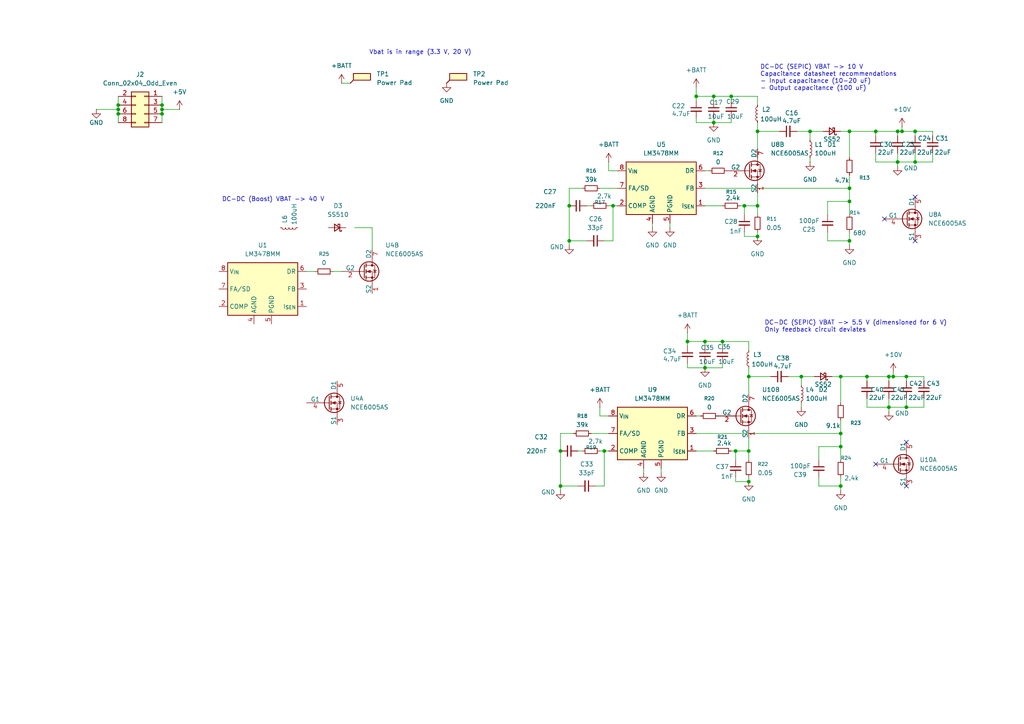
<source format=kicad_sch>
(kicad_sch (version 20250114) (generator "eeschema") (generator_version "9.0")
  (paper "A4")
  (lib_symbols
    (symbol "Connector:TestPoint_Flag" (pin_numbers (hide yes)) (pin_names (offset 0.762) (hide yes))
      (property "Reference" "TP" (at 3.429 1.778 0))
      (property "Value" "TestPoint_Flag" (at 3.302 4.191 0))
      (symbol "TestPoint_Flag_1_1"
        (pin passive line (at 0 0 90) (length 0) (name "1") (number "1"))
      )
    )
    (symbol "Connector_Generic:Conn_02x04_Odd_Even" (pin_names (offset 1.016) (hide yes))
      (property "Reference" "J" (at 1.27 5.08 0))
      (property "Value" "Conn_02x04_Odd_Even" (at 1.27 -7.62 0))
      (symbol "Conn_02x04_Odd_Even_1_1"
        (pin passive line (at -5.08 2.54 0) (length 3.81) (name "Pin_1") (number "1"))
        (pin passive line (at -5.08 0 0) (length 3.81) (name "Pin_3") (number "3"))
        (pin passive line (at -5.08 -2.54 0) (length 3.81) (name "Pin_5") (number "5"))
        (pin passive line (at -5.08 -5.08 0) (length 3.81) (name "Pin_7") (number "7"))
        (pin passive line (at 7.62 2.54 180) (length 3.81) (name "Pin_2") (number "2"))
        (pin passive line (at 7.62 0 180) (length 3.81) (name "Pin_4") (number "4"))
        (pin passive line (at 7.62 -2.54 180) (length 3.81) (name "Pin_6") (number "6"))
        (pin passive line (at 7.62 -5.08 180) (length 3.81) (name "Pin_8") (number "8"))
      )
    )
    (symbol "Device:C_Small" (pin_numbers (hide yes)) (pin_names (offset 0.254) (hide yes))
      (property "Reference" "C" (at 0.254 1.778 0))
      (property "Value" "C_Small" (at 0.254 -2.032 0))
      (symbol "C_Small_1_1"
        (pin passive line (at 0 2.54 270) (length 2.032) (name "~") (number "1"))
        (pin passive line (at 0 -2.54 90) (length 2.032) (name "~") (number "2"))
      )
    )
    (symbol "Device:D_Schottky_Small" (pin_numbers (hide yes)) (pin_names (offset 0.254) (hide yes))
      (property "Reference" "D" (at -1.27 2.032 0))
      (property "Value" "D_Schottky_Small" (at -7.112 -2.032 0))
      (symbol "D_Schottky_Small_1_1"
        (pin passive line (at -2.54 0 0) (length 1.778) (name "K") (number "1"))
        (pin passive line (at 2.54 0 180) (length 1.778) (name "A") (number "2"))
      )
    )
    (symbol "Device:L_Small" (pin_numbers (hide yes)) (pin_names (offset 0.254) (hide yes))
      (property "Reference" "L" (at 0.762 1.016 0))
      (property "Value" "L_Small" (at 0.762 -1.016 0))
      (symbol "L_Small_1_1"
        (pin passive line (at 0 2.54 270) (length 0.508) (name "~") (number "1"))
        (pin passive line (at 0 -2.54 90) (length 0.508) (name "~") (number "2"))
      )
    )
    (symbol "Device:R_Small" (pin_numbers (hide yes)) (pin_names (offset 0.254) (hide yes))
      (property "Reference" "R" (at 0 0 90))
      (property "Value" "R_Small" (at 1.778 0 90))
      (symbol "R_Small_1_1"
        (pin passive line (at 0 2.54 270) (length 0.762) (name "~") (number "1"))
        (pin passive line (at 0 -2.54 90) (length 0.762) (name "~") (number "2"))
      )
    )
    (symbol "Regulator_Controller:LM3478MM"
      (property "Reference" "U" (at -9.525 8.89 0))
      (property "Value" "LM3478MM" (at 5.08 8.89 0))
      (symbol "LM3478MM_1_1"
        (pin power_in line (at -12.7 5.08 0) (length 2.54) (name "V_{IN}") (number "8"))
        (pin input line (at -12.7 0 0) (length 2.54) (name "FA/SD") (number "7"))
        (pin input line (at -12.7 -5.08 0) (length 2.54) (name "COMP") (number "2"))
        (pin power_in line (at -2.54 -10.16 90) (length 2.54) (name "AGND") (number "4"))
        (pin power_in line (at 2.54 -10.16 90) (length 2.54) (name "PGND") (number "5"))
        (pin output line (at 12.7 5.08 180) (length 2.54) (name "DR") (number "6"))
        (pin input line (at 12.7 0 180) (length 2.54) (name "FB") (number "3"))
        (pin input line (at 12.7 -5.08 180) (length 2.54) (name "I_{SEN}") (number "1"))
      )
    )
    (symbol "custom_mosfet:NCE6005AS" (pin_names (offset 0))
      (property "Reference" "U" (at 3.81 0 0))
      (property "Value" "NCE6005AS" (at 7.62 -2.54 0))
      (symbol "NCE6005AS_1_1"
        (pin input line (at -8.89 0 0) (length 5.08) (name "G1") (number "4"))
        (pin passive line (at 0 6.35 270) (length 2.54) (name "D1") (number "5"))
        (pin passive line (at 0 6.35 270) (length 2.54) (hide yes) (name "D1") (number "6"))
        (pin passive line (at 0 -6.35 90) (length 2.54) (name "S1") (number "3"))
      )
      (symbol "NCE6005AS_2_1"
        (pin input line (at -8.89 0 0) (length 5.08) (name "G2") (number "2"))
        (pin passive line (at 0 6.35 270) (length 2.54) (name "D2") (number "7"))
        (pin passive line (at 0 6.35 270) (length 2.54) (hide yes) (name "D2") (number "8"))
        (pin passive line (at 0 -6.35 90) (length 2.54) (name "S2") (number "1"))
      )
    )
    (symbol "power:+10V" (power) (pin_numbers (hide yes)) (pin_names (offset 0) (hide yes))
      (property "Value" "+10V" (at 0 3.556 0))
      (symbol "+10V_1_1"
        (pin power_in line (at 0 0 90) (length 0) (name "~") (number "1"))
      )
    )
    (symbol "power:+5V" (power) (pin_numbers (hide yes)) (pin_names (offset 0) (hide yes))
      (property "Value" "+5V" (at 0 3.556 0))
      (symbol "+5V_1_1"
        (pin power_in line (at 0 0 90) (length 0) (name "~") (number "1"))
      )
    )
    (symbol "power:+BATT" (power) (pin_numbers (hide yes)) (pin_names (offset 0) (hide yes))
      (property "Value" "+BATT" (at 0 3.556 0))
      (symbol "+BATT_1_1"
        (pin power_in line (at 0 0 90) (length 0) (name "~") (number "1"))
      )
    )
    (symbol "power:GND" (power) (pin_numbers (hide yes)) (pin_names (offset 0) (hide yes))
      (property "Value" "GND" (at 0 -3.81 0))
      (symbol "GND_1_1"
        (pin power_in line (at 0 0 270) (length 0) (name "~") (number "1"))
      )
    )
  )
  (text "DC-DC (SEPIC) VBAT -> 5.5 V (dimensioned for 6 V)\nOnly feedback circuit deviates" (at 221.742 94.742 0) (effects (font (size 1.27 1.27)) (justify left)))
  (text "Vbat is in range (3.3 V, 20 V)" (at 121.92 15.24 0) (effects (font (size 1.27 1.27))))
  (text "DC-DC (Boost) VBAT -> 40 V" (at 79.248 57.912 0) (effects (font (size 1.27 1.27))))
  (text "DC-DC (SEPIC) VBAT -> 10 V\nCapacitance datasheet recommendations\n- Input capacitance (10-20 uF)\n- Output capacitance (100 uF) " (at 220.472 22.606 0) (effects (font (size 1.27 1.27)) (justify left)))
  (junction (at 217.17 139.7))
  (junction (at 204.47 106.68))
  (junction (at 219.71 38.1))
  (junction (at 261.62 38.1))
  (junction (at 46.99 31.75))
  (junction (at 46.99 30.48))
  (junction (at 165.1 69.85))
  (junction (at 265.43 46.99))
  (junction (at 199.39 99.06))
  (junction (at 243.84 125.73))
  (junction (at 34.29 33.02))
  (junction (at 34.29 30.48))
  (junction (at 201.93 27.94))
  (junction (at 207.01 35.56))
  (junction (at 265.43 38.1))
  (junction (at 162.56 140.97))
  (junction (at 213.36 130.81))
  (junction (at 209.55 99.06))
  (junction (at 46.99 33.02))
  (junction (at 243.84 140.97))
  (junction (at 175.26 130.81))
  (junction (at 219.71 68.58))
  (junction (at 232.41 109.22))
  (junction (at 243.84 109.22))
  (junction (at 257.81 109.22))
  (junction (at 243.84 129.54))
  (junction (at 262.89 118.11))
  (junction (at 204.47 99.06))
  (junction (at 251.46 109.22))
  (junction (at 246.38 69.85))
  (junction (at 246.38 54.61))
  (junction (at 219.71 59.69))
  (junction (at 246.38 38.1))
  (junction (at 260.35 38.1))
  (junction (at 212.09 27.94))
  (junction (at 162.56 130.81))
  (junction (at 207.01 27.94))
  (junction (at 217.17 130.81))
  (junction (at 177.8 59.69))
  (junction (at 217.17 109.22))
  (junction (at 246.38 58.42))
  (junction (at 259.08 109.22))
  (junction (at 257.81 118.11))
  (junction (at 262.89 109.22))
  (junction (at 165.1 59.69))
  (junction (at 260.35 46.99))
  (junction (at 254 38.1))
  (junction (at 34.29 31.75))
  (junction (at 234.95 38.1))
  (junction (at 215.9 59.69))
  (no_connect (at 265.43 69.85))
  (no_connect (at 262.89 128.27))
  (no_connect (at 265.43 57.15))
  (no_connect (at 256.54 63.5))
  (no_connect (at 254 134.62))
  (no_connect (at 262.89 140.97))
  (wire (pts (xy 165.1 54.61) (xy 168.91 54.61)))
  (wire (pts (xy 251.46 109.22) (xy 257.81 109.22)))
  (wire (pts (xy 259.08 109.22) (xy 262.89 109.22)))
  (wire (pts (xy 88.9 78.74) (xy 91.44 78.74)))
  (wire (pts (xy 189.23 66.04) (xy 189.23 64.77)))
  (wire (pts (xy 265.43 38.1) (xy 265.43 39.37)))
  (wire (pts (xy 234.95 38.1) (xy 234.95 40.64)))
  (wire (pts (xy 162.56 140.97) (xy 167.64 140.97)))
  (wire (pts (xy 259.08 107.95) (xy 259.08 109.22)))
  (wire (pts (xy 240.03 69.85) (xy 246.38 69.85)))
  (wire (pts (xy 243.84 121.92) (xy 243.84 125.73)))
  (wire (pts (xy 240.03 58.42) (xy 246.38 58.42)))
  (wire (pts (xy 246.38 38.1) (xy 254 38.1)))
  (wire (pts (xy 217.17 138.43) (xy 217.17 139.7)))
  (wire (pts (xy 207.01 35.56) (xy 212.09 35.56)))
  (wire (pts (xy 243.84 109.22) (xy 243.84 116.84)))
  (wire (pts (xy 270.51 38.1) (xy 265.43 38.1)))
  (wire (pts (xy 170.18 59.69) (xy 171.45 59.69)))
  (wire (pts (xy 217.17 127) (xy 217.17 130.81)))
  (wire (pts (xy 243.84 129.54) (xy 243.84 133.35)))
  (wire (pts (xy 207.01 27.94) (xy 207.01 29.21)))
  (wire (pts (xy 219.71 35.56) (xy 219.71 38.1)))
  (wire (pts (xy 243.84 125.73) (xy 243.84 129.54)))
  (wire (pts (xy 232.41 109.22) (xy 232.41 111.76)))
  (wire (pts (xy 217.17 130.81) (xy 217.17 133.35)))
  (wire (pts (xy 209.55 100.33) (xy 209.55 99.06)))
  (wire (pts (xy 261.62 38.1) (xy 265.43 38.1)))
  (wire (pts (xy 237.49 133.35) (xy 237.49 129.54)))
  (wire (pts (xy 215.9 59.69) (xy 214.63 59.69)))
  (wire (pts (xy 267.97 110.49) (xy 267.97 109.22)))
  (wire (pts (xy 270.51 44.45) (xy 270.51 46.99)))
  (wire (pts (xy 165.1 71.12) (xy 165.1 69.85)))
  (wire (pts (xy 243.84 109.22) (xy 251.46 109.22)))
  (wire (pts (xy 46.99 33.02) (xy 46.99 35.56)))
  (wire (pts (xy 217.17 101.6) (xy 217.17 99.06)))
  (wire (pts (xy 270.51 39.37) (xy 270.51 38.1)))
  (wire (pts (xy 201.93 35.56) (xy 201.93 34.29)))
  (wire (pts (xy 171.45 125.73) (xy 176.53 125.73)))
  (wire (pts (xy 215.9 59.69) (xy 215.9 62.23)))
  (wire (pts (xy 232.41 109.22) (xy 236.22 109.22)))
  (wire (pts (xy 215.9 68.58) (xy 219.71 68.58)))
  (wire (pts (xy 176.53 49.53) (xy 179.07 49.53)))
  (wire (pts (xy 246.38 54.61) (xy 246.38 58.42)))
  (wire (pts (xy 213.36 130.81) (xy 217.17 130.81)))
  (wire (pts (xy 232.41 116.84) (xy 232.41 118.11)))
  (wire (pts (xy 34.29 31.75) (xy 34.29 33.02)))
  (wire (pts (xy 219.71 27.94) (xy 212.09 27.94)))
  (wire (pts (xy 217.17 106.68) (xy 217.17 109.22)))
  (wire (pts (xy 246.38 67.31) (xy 246.38 69.85)))
  (wire (pts (xy 165.1 69.85) (xy 170.18 69.85)))
  (wire (pts (xy 254 44.45) (xy 254 46.99)))
  (wire (pts (xy 219.71 38.1) (xy 226.06 38.1)))
  (wire (pts (xy 246.38 38.1) (xy 246.38 45.72)))
  (wire (pts (xy 213.36 138.43) (xy 213.36 139.7)))
  (wire (pts (xy 213.36 139.7) (xy 217.17 139.7)))
  (wire (pts (xy 213.36 130.81) (xy 212.09 130.81)))
  (wire (pts (xy 46.99 31.75) (xy 46.99 33.02)))
  (wire (pts (xy 234.95 38.1) (xy 238.76 38.1)))
  (wire (pts (xy 34.29 33.02) (xy 34.29 35.56)))
  (wire (pts (xy 246.38 69.85) (xy 246.38 71.12)))
  (wire (pts (xy 46.99 27.94) (xy 46.99 30.48)))
  (wire (pts (xy 265.43 46.99) (xy 260.35 46.99)))
  (wire (pts (xy 212.09 29.21) (xy 212.09 27.94)))
  (wire (pts (xy 207.01 27.94) (xy 212.09 27.94)))
  (wire (pts (xy 209.55 106.68) (xy 209.55 105.41)))
  (wire (pts (xy 251.46 110.49) (xy 251.46 109.22)))
  (wire (pts (xy 260.35 48.26) (xy 260.35 46.99)))
  (wire (pts (xy 240.03 67.31) (xy 240.03 69.85)))
  (wire (pts (xy 241.3 109.22) (xy 243.84 109.22)))
  (wire (pts (xy 177.8 69.85) (xy 175.26 69.85)))
  (wire (pts (xy 175.26 140.97) (xy 172.72 140.97)))
  (wire (pts (xy 204.47 106.68) (xy 204.47 105.41)))
  (wire (pts (xy 34.29 27.94) (xy 34.29 30.48)))
  (wire (pts (xy 201.93 27.94) (xy 207.01 27.94)))
  (wire (pts (xy 254 38.1) (xy 260.35 38.1)))
  (wire (pts (xy 201.93 125.73) (xy 243.84 125.73)))
  (wire (pts (xy 165.1 54.61) (xy 165.1 59.69)))
  (wire (pts (xy 46.99 31.75) (xy 52.07 31.75)))
  (wire (pts (xy 212.09 35.56) (xy 212.09 34.29)))
  (wire (pts (xy 219.71 38.1) (xy 219.71 43.18)))
  (wire (pts (xy 231.14 38.1) (xy 234.95 38.1)))
  (wire (pts (xy 257.81 109.22) (xy 257.81 110.49)))
  (wire (pts (xy 46.99 30.48) (xy 46.99 31.75)))
  (wire (pts (xy 179.07 59.69) (xy 177.8 59.69)))
  (wire (pts (xy 191.77 137.16) (xy 191.77 135.89)))
  (wire (pts (xy 204.47 99.06) (xy 209.55 99.06)))
  (wire (pts (xy 177.8 59.69) (xy 177.8 69.85)))
  (wire (pts (xy 199.39 106.68) (xy 199.39 105.41)))
  (wire (pts (xy 237.49 138.43) (xy 237.49 140.97)))
  (wire (pts (xy 217.17 99.06) (xy 209.55 99.06)))
  (wire (pts (xy 173.99 118.11) (xy 173.99 120.65)))
  (wire (pts (xy 243.84 138.43) (xy 243.84 140.97)))
  (wire (pts (xy 262.89 118.11) (xy 257.81 118.11)))
  (wire (pts (xy 217.17 109.22) (xy 223.52 109.22)))
  (wire (pts (xy 254 46.99) (xy 260.35 46.99)))
  (wire (pts (xy 162.56 130.81) (xy 162.56 140.97)))
  (wire (pts (xy 201.93 35.56) (xy 207.01 35.56)))
  (wire (pts (xy 219.71 55.88) (xy 219.71 59.69)))
  (wire (pts (xy 219.71 67.31) (xy 219.71 68.58)))
  (wire (pts (xy 165.1 59.69) (xy 165.1 69.85)))
  (wire (pts (xy 99.06 24.13) (xy 101.6 24.13)))
  (wire (pts (xy 262.89 115.57) (xy 262.89 118.11)))
  (wire (pts (xy 34.29 30.48) (xy 34.29 31.75)))
  (wire (pts (xy 167.64 130.81) (xy 168.91 130.81)))
  (wire (pts (xy 199.39 96.52) (xy 199.39 99.06)))
  (wire (pts (xy 205.74 49.53) (xy 204.47 49.53)))
  (wire (pts (xy 102.87 66.04) (xy 107.95 66.04)))
  (wire (pts (xy 267.97 109.22) (xy 262.89 109.22)))
  (wire (pts (xy 215.9 59.69) (xy 219.71 59.69)))
  (wire (pts (xy 27.94 31.75) (xy 34.29 31.75)))
  (wire (pts (xy 257.81 115.57) (xy 257.81 118.11)))
  (wire (pts (xy 162.56 125.73) (xy 166.37 125.73)))
  (wire (pts (xy 209.55 59.69) (xy 204.47 59.69)))
  (wire (pts (xy 254 39.37) (xy 254 38.1)))
  (wire (pts (xy 243.84 140.97) (xy 243.84 142.24)))
  (wire (pts (xy 257.81 109.22) (xy 259.08 109.22)))
  (wire (pts (xy 261.62 36.83) (xy 261.62 38.1)))
  (wire (pts (xy 228.6 109.22) (xy 232.41 109.22)))
  (wire (pts (xy 219.71 59.69) (xy 219.71 62.23)))
  (wire (pts (xy 175.26 130.81) (xy 175.26 140.97)))
  (wire (pts (xy 176.53 46.99) (xy 176.53 49.53)))
  (wire (pts (xy 219.71 30.48) (xy 219.71 27.94)))
  (wire (pts (xy 107.95 66.04) (xy 107.95 72.39)))
  (wire (pts (xy 162.56 142.24) (xy 162.56 140.97)))
  (wire (pts (xy 260.35 38.1) (xy 261.62 38.1)))
  (wire (pts (xy 186.69 137.16) (xy 186.69 135.89)))
  (wire (pts (xy 201.93 27.94) (xy 201.93 29.21)))
  (wire (pts (xy 251.46 115.57) (xy 251.46 118.11)))
  (wire (pts (xy 173.99 130.81) (xy 175.26 130.81)))
  (wire (pts (xy 199.39 99.06) (xy 204.47 99.06)))
  (wire (pts (xy 262.89 109.22) (xy 262.89 110.49)))
  (wire (pts (xy 270.51 46.99) (xy 265.43 46.99)))
  (wire (pts (xy 194.31 66.04) (xy 194.31 64.77)))
  (wire (pts (xy 176.53 130.81) (xy 175.26 130.81)))
  (wire (pts (xy 173.99 54.61) (xy 179.07 54.61)))
  (wire (pts (xy 267.97 115.57) (xy 267.97 118.11)))
  (wire (pts (xy 251.46 118.11) (xy 257.81 118.11)))
  (wire (pts (xy 96.52 78.74) (xy 99.06 78.74)))
  (wire (pts (xy 176.53 59.69) (xy 177.8 59.69)))
  (wire (pts (xy 243.84 38.1) (xy 246.38 38.1)))
  (wire (pts (xy 199.39 106.68) (xy 204.47 106.68)))
  (wire (pts (xy 203.2 120.65) (xy 201.93 120.65)))
  (wire (pts (xy 213.36 130.81) (xy 213.36 133.35)))
  (wire (pts (xy 162.56 125.73) (xy 162.56 130.81)))
  (wire (pts (xy 173.99 120.65) (xy 176.53 120.65)))
  (wire (pts (xy 237.49 140.97) (xy 243.84 140.97)))
  (wire (pts (xy 267.97 118.11) (xy 262.89 118.11)))
  (wire (pts (xy 204.47 99.06) (xy 204.47 100.33)))
  (wire (pts (xy 260.35 44.45) (xy 260.35 46.99)))
  (wire (pts (xy 240.03 62.23) (xy 240.03 58.42)))
  (wire (pts (xy 265.43 44.45) (xy 265.43 46.99)))
  (wire (pts (xy 246.38 58.42) (xy 246.38 62.23)))
  (wire (pts (xy 217.17 109.22) (xy 217.17 114.3)))
  (wire (pts (xy 207.01 130.81) (xy 201.93 130.81)))
  (wire (pts (xy 199.39 99.06) (xy 199.39 100.33)))
  (wire (pts (xy 204.47 106.68) (xy 209.55 106.68)))
  (wire (pts (xy 215.9 67.31) (xy 215.9 68.58)))
  (wire (pts (xy 257.81 119.38) (xy 257.81 118.11)))
  (wire (pts (xy 201.93 25.4) (xy 201.93 27.94)))
  (wire (pts (xy 207.01 35.56) (xy 207.01 34.29)))
  (wire (pts (xy 234.95 45.72) (xy 234.95 46.99)))
  (wire (pts (xy 246.38 50.8) (xy 246.38 54.61)))
  (wire (pts (xy 260.35 38.1) (xy 260.35 39.37)))
  (wire (pts (xy 237.49 129.54) (xy 243.84 129.54)))
  (wire (pts (xy 204.47 54.61) (xy 246.38 54.61)))
  (symbol (lib_id "Device:R_Small") (at 219.71 64.77 0) (unit 1)
    (property "Reference" "R11" (at 222.25 63.4999 0) (effects (font (size 1.016 1.016)) (justify left)))
    (property "Value" "0.05" (at 222.25 66.0399 0) (effects (justify left)))
    (property "Footprint" "Resistor_SMD:R_1206_3216Metric_Pad1.30x1.75mm_HandSolder" (effects (hide yes)))
    (property "Datasheet" "https://jlcpcb.com/api/file/downloadByFileSystemAccessId/8586177481287585792" (effects (hide yes)))
    (property "Description" "+-1%, 333mW" (effects (hide yes)))
    (property "MPN" "1206W3F500MT5E" (effects (hide yes)))
    (property "LPN" "C127691" (effects (hide yes)))
  )
  (symbol (lib_id "Connector:TestPoint_Flag") (at 101.6 24.13 0) (unit 1)
    (property "Reference" "TP1" (at 109.22 21.4629 0) (effects (justify left)))
    (property "Value" "Power Pad" (at 109.22 24.0029 0) (effects (justify left)))
    (property "Footprint" "TestPoint:TestPoint_Pad_4.0x4.0mm" (effects (hide yes)))
    (property "Description" "test point (alternative flag-style design)" (effects (hide yes)))
  )
  (symbol (lib_id "Device:D_Schottky_Small") (at 241.3 38.1 180) (unit 1)
    (property "Reference" "D1" (at 241.3 41.91 0))
    (property "Value" "SS52" (at 241.3 40.386 0))
    (property "Footprint" "Diode_SMD:D_SMA-SMB_Universal_Handsoldering" (effects (hide yes)))
    (property "Datasheet" "https://jlcpcb.com/api/file/downloadByFileSystemAccessId/8579707587489042432" (effects (hide yes)))
    (property "Description" "Vf 0.55, If 5A" (effects (hide yes)))
    (property "MPN" "SS54" (effects (hide yes)))
    (property "LPN" "C22452" (effects (hide yes)))
  )
  (symbol (lib_id "power:GND") (at 207.01 35.56 0) (unit 1)
    (property "Reference" "#PWR028" (effects (hide yes)))
    (property "Value" "GND" (at 207.01 40.64 0))
    (property "Description" "Power symbol creates a global label with name \"GND\" , ground" (effects (hide yes)))
  )
  (symbol (lib_id "power:GND") (at 129.54 24.13 0) (unit 1)
    (property "Reference" "#PWR025" (effects (hide yes)))
    (property "Value" "GND" (at 129.54 29.21 0))
    (property "Description" "Power symbol creates a global label with name \"GND\" , ground" (effects (hide yes)))
  )
  (symbol (lib_id "Device:C_Small") (at 228.6 38.1 90) (unit 1)
    (property "Reference" "C16" (at 229.616 32.766 90))
    (property "Value" "4.7uF" (at 229.616 35.052 90))
    (property "Footprint" "Capacitor_SMD:C_1206_3216Metric" (effects (hide yes)))
    (property "Datasheet" "https://jlcpcb.com/api/file/downloadByFileSystemAccessId/8579707362602500096" (effects (hide yes)))
    (property "Description" "X7R, 50V" (effects (hide yes)))
    (property "LPN" "C29823" (effects (hide yes)))
    (property "MPN" "1206B475K500NT" (effects (hide yes)))
  )
  (symbol (lib_id "Device:R_Small") (at 212.09 59.69 90) (unit 1)
    (property "Reference" "R15" (at 212.09 55.626 90) (effects (font (size 1.016 1.016))))
    (property "Value" "2.4k" (at 212.598 57.404 90))
    (property "Footprint" "Resistor_SMD:R_0805_2012Metric_Pad1.20x1.40mm_HandSolder" (effects (hide yes)))
    (property "Datasheet" "https://jlcpcb.com/api/file/downloadByFileSystemAccessId/8579706511444410368" (effects (hide yes)))
    (property "Description" "Rsl" (effects (hide yes)))
    (property "MPN" "0805W8F2401T5E" (effects (hide yes)))
    (property "LPN" "C17526" (effects (hide yes)))
  )
  (symbol (lib_id "Device:C_Small") (at 267.97 113.03 0) (unit 1)
    (property "Reference" "C43" (at 268.732 111.252 0) (effects (justify left)))
    (property "Value" "22uF" (at 268.478 115.316 0) (effects (justify left)))
    (property "Footprint" "Capacitor_SMD:C_0805_2012Metric" (effects (hide yes)))
    (property "Datasheet" "https://jlcpcb.com/api/file/downloadByFileSystemAccessId/8579706866429190144" (effects (hide yes)))
    (property "Description" "X5R, 25V" (effects (hide yes)))
    (property "LPN" "C45783" (effects (hide yes)))
    (property "MPN" "CL21A226MAQNNNE" (effects (hide yes)))
  )
  (symbol (lib_id "Device:C_Small") (at 265.43 41.91 0) (unit 1)
    (property "Reference" "C24" (at 266.192 40.132 0) (effects (justify left)))
    (property "Value" "22uF" (at 265.938 44.196 0) (effects (justify left)))
    (property "Footprint" "Capacitor_SMD:C_0805_2012Metric" (effects (hide yes)))
    (property "Datasheet" "https://jlcpcb.com/api/file/downloadByFileSystemAccessId/8579706866429190144" (effects (hide yes)))
    (property "Description" "X5R, 25V" (effects (hide yes)))
    (property "LPN" "C45783" (effects (hide yes)))
    (property "MPN" "CL21A226MAQNNNE" (effects (hide yes)))
  )
  (symbol (lib_id "Connector:TestPoint_Flag") (at 129.54 24.13 0) (unit 1)
    (property "Reference" "TP2" (at 137.16 21.4629 0) (effects (justify left)))
    (property "Value" "Power Pad" (at 137.16 24.0029 0) (effects (justify left)))
    (property "Footprint" "TestPoint:TestPoint_Pad_4.0x4.0mm" (effects (hide yes)))
    (property "Description" "test point (alternative flag-style design)" (effects (hide yes)))
  )
  (symbol (lib_id "custom_mosfet:NCE6005AS") (at 97.79 116.84 0) (unit 1)
    (property "Reference" "U4" (at 101.6 115.5699 0) (effects (justify left)))
    (property "Value" "NCE6005AS" (at 101.6 118.1099 0) (effects (justify left)))
    (property "Description" "Dual N-channel Power MOSFET." (effects (hide yes)))
    (property "MPN" "NCE6005AS" (effects (hide yes)))
  )
  (symbol (lib_id "power:+BATT") (at 201.93 25.4 0) (unit 1)
    (property "Reference" "#PWR029" (effects (hide yes)))
    (property "Value" "+BATT" (at 201.93 20.32 0))
    (property "Description" "Power symbol creates a global label with name \"+BATT\"" (effects (hide yes)))
  )
  (symbol (lib_id "Device:R_Small") (at 208.28 49.53 90) (unit 1)
    (property "Reference" "R12" (at 208.28 44.45 90) (effects (font (size 1.016 1.016))))
    (property "Value" "0" (at 208.28 46.99 90))
    (property "Footprint" "Resistor_SMD:R_0603_1608Metric_Pad0.98x0.95mm_HandSolder" (effects (hide yes)))
    (property "Datasheet" "https://jlcpcb.com/api/file/downloadByFileSystemAccessId/8588882001185148928" (effects (hide yes)))
    (property "Description" "100mW, change to damping resistor" (effects (hide yes)))
    (property "LPN" "C15402" (effects (hide yes)))
    (property "MPN" "0603WAJ0000T5E" (effects (hide yes)))
  )
  (symbol (lib_id "Device:C_Small") (at 215.9 64.77 0) (unit 1)
    (property "Reference" "C28" (at 210.058 64.262 0) (effects (justify left)))
    (property "Value" "1nF" (at 211.582 67.056 0) (effects (justify left)))
    (property "Footprint" "Capacitor_SMD:C_0402_1005Metric" (effects (hide yes)))
    (property "Datasheet" "https://jlcpcb.com/api/file/downloadByFileSystemAccessId/8579707280333258752" (effects (hide yes)))
    (property "Description" "Unpolarized capacitor, small symbol" (effects (hide yes)))
    (property "LPN" "C1523" (effects (hide yes)))
    (property "MPN" "0402B102K500NT" (effects (hide yes)))
  )
  (symbol (lib_id "Device:R_Small") (at 246.38 48.26 0) (unit 1)
    (property "Reference" "R13" (at 249.174 51.562 0) (effects (font (size 1.016 1.016)) (justify left)))
    (property "Value" "4.7k" (at 242.062 52.324 0) (effects (justify left)))
    (property "Footprint" "Resistor_SMD:R_0603_1608Metric" (effects (hide yes)))
    (property "Datasheet" "https://jlcpcb.com/api/file/downloadByFileSystemAccessId/8579706251506339840" (effects (hide yes)))
    (property "Description" "+1%, 0.1W" (effects (hide yes)))
    (property "LPN" "C23162" (effects (hide yes)))
    (property "MPN" "0603WAF4701T5E" (effects (hide yes)))
  )
  (symbol (lib_id "power:+10V") (at 261.62 36.83 0) (unit 1)
    (property "Reference" "#PWR033" (effects (hide yes)))
    (property "Value" "+10V" (at 261.62 31.75 0))
    (property "Description" "Power symbol creates a global label with name \"+10V\"" (effects (hide yes)))
  )
  (symbol (lib_id "Device:D_Schottky_Small") (at 97.79 66.04 180) (unit 1)
    (property "Reference" "D3" (at 98.044 59.69 0))
    (property "Value" "SS510" (at 98.044 62.23 0))
    (property "Footprint" "Diode_SMD:D_SMA" (effects (hide yes)))
    (property "Datasheet" "https://jlcpcb.com/api/file/downloadByFileSystemAccessId/8586175771950133248" (effects (hide yes)))
    (property "Description" "5A, 100V, Vf 0.85" (effects (hide yes)))
    (property "MPN" "SS510" (effects (hide yes)))
    (property "LPN" "C65010" (effects (hide yes)))
  )
  (symbol (lib_id "Device:L_Small") (at 217.17 104.14 180) (unit 1)
    (property "Reference" "L3" (at 218.44 102.8699 0) (effects (justify right)))
    (property "Value" "100uH" (at 217.932 105.664 0) (effects (justify right)))
    (property "Datasheet" "https://jlcpcb.com/api/file/downloadByFileSystemAccessId/8588935627815862272" (effects (hide yes)))
    (property "Description" "+-20%, DCR 0.25, Isat_rms=2A" (effects (hide yes)))
    (property "LPN" "C436577" (effects (hide yes)))
    (property "MPN" "PSPMAC1045H-101M-ANP" (effects (hide yes)))
  )
  (symbol (lib_id "Device:D_Schottky_Small") (at 238.76 109.22 180) (unit 1)
    (property "Reference" "D2" (at 238.76 113.03 0))
    (property "Value" "SS52" (at 238.76 111.506 0))
    (property "Footprint" "Diode_SMD:D_SMA-SMB_Universal_Handsoldering" (effects (hide yes)))
    (property "Datasheet" "https://jlcpcb.com/api/file/downloadByFileSystemAccessId/8579707587489042432" (effects (hide yes)))
    (property "Description" "Vf 0.55, If 5A" (effects (hide yes)))
    (property "MPN" "SS54" (effects (hide yes)))
    (property "LPN" "C22452" (effects (hide yes)))
  )
  (symbol (lib_id "Device:C_Small") (at 199.39 102.87 0) (unit 1)
    (property "Reference" "C34" (at 192.278 101.854 0) (effects (justify left)))
    (property "Value" "4.7uF" (at 192.278 104.14 0) (effects (justify left)))
    (property "Footprint" "Capacitor_SMD:C_1206_3216Metric" (effects (hide yes)))
    (property "Datasheet" "https://jlcpcb.com/api/file/downloadByFileSystemAccessId/8579707362602500096" (effects (hide yes)))
    (property "Description" "X7R, 50V" (effects (hide yes)))
    (property "LPN" "C29823" (effects (hide yes)))
    (property "MPN" "1206B475K500NT" (effects (hide yes)))
  )
  (symbol (lib_id "Device:C_Small") (at 262.89 113.03 0) (unit 1)
    (property "Reference" "C42" (at 263.652 111.252 0) (effects (justify left)))
    (property "Value" "22uF" (at 263.398 115.316 0) (effects (justify left)))
    (property "Footprint" "Capacitor_SMD:C_0805_2012Metric" (effects (hide yes)))
    (property "Datasheet" "https://jlcpcb.com/api/file/downloadByFileSystemAccessId/8579706866429190144" (effects (hide yes)))
    (property "Description" "X5R, 25V" (effects (hide yes)))
    (property "LPN" "C45783" (effects (hide yes)))
    (property "MPN" "CL21A226MAQNNNE" (effects (hide yes)))
  )
  (symbol (lib_id "power:+BATT") (at 176.53 46.99 0) (unit 1)
    (property "Reference" "#PWR018" (effects (hide yes)))
    (property "Value" "+BATT" (at 176.53 41.91 0))
    (property "Description" "Power symbol creates a global label with name \"+BATT\"" (effects (hide yes)))
  )
  (symbol (lib_id "Regulator_Controller:LM3478MM") (at 191.77 54.61 0) (unit 1)
    (property "Reference" "U5" (at 191.77 41.91 0))
    (property "Value" "LM3478MM" (at 191.77 44.45 0))
    (property "Footprint" "Package_SO:VSSOP-8_3x3mm_P0.65mm" (effects (hide yes)))
    (property "Datasheet" "https://www.ti.com/lit/gpn/lm3478" (effects (hide yes)))
    (property "Description" "2.97~40V Wide Input Range Boost/SEPIC/Flyback DC-DC Controller, VSSOP-8" (effects (hide yes)))
  )
  (symbol (lib_id "Device:C_Small") (at 260.35 41.91 0) (unit 1)
    (property "Reference" "C23" (at 261.366 41.91 0) (effects (justify left)))
    (property "Value" "22uF" (at 260.858 44.196 0) (effects (justify left)))
    (property "Footprint" "Capacitor_SMD:C_0805_2012Metric" (effects (hide yes)))
    (property "Datasheet" "https://jlcpcb.com/api/file/downloadByFileSystemAccessId/8579706866429190144" (effects (hide yes)))
    (property "Description" "X5R, 25V" (effects (hide yes)))
    (property "LPN" "C45783" (effects (hide yes)))
    (property "MPN" "CL21A226MAQNNNE" (effects (hide yes)))
  )
  (symbol (lib_id "power:GND") (at 189.23 66.04 0) (unit 1)
    (property "Reference" "#PWR035" (effects (hide yes)))
    (property "Value" "GND" (at 189.23 71.12 0))
    (property "Description" "Power symbol creates a global label with name \"GND\" , ground" (effects (hide yes)))
  )
  (symbol (lib_id "power:+BATT") (at 173.99 118.11 0) (unit 1)
    (property "Reference" "#PWR037" (effects (hide yes)))
    (property "Value" "+BATT" (at 173.99 113.03 0))
    (property "Description" "Power symbol creates a global label with name \"+BATT\"" (effects (hide yes)))
  )
  (symbol (lib_id "Device:C_Small") (at 204.47 102.87 0) (unit 1)
    (property "Reference" "C35" (at 203.2 100.838 0) (effects (justify left)))
    (property "Value" "10uF" (at 202.692 104.902 0) (effects (justify left)))
    (property "Footprint" "Capacitor_SMD:C_0805_2012Metric" (effects (hide yes)))
    (property "Datasheet" "https://jlcpcb.com/api/file/downloadByFileSystemAccessId/8588884955182718976" (effects (hide yes)))
    (property "Description" "X5R, 50V max" (effects (hide yes)))
    (property "LPN" "C440198" (effects (hide yes)))
    (property "MPN" "GRM21BR61H106KE43L" (effects (hide yes)))
  )
  (symbol (lib_id "Device:R_Small") (at 168.91 125.73 90) (unit 1)
    (property "Reference" "R18" (at 168.91 120.65 90) (effects (font (size 1.016 1.016))))
    (property "Value" "39k" (at 168.91 123.19 90))
    (property "Footprint" "Resistor_SMD:R_0603_1608Metric" (effects (hide yes)))
    (property "Datasheet" "https://jlcpcb.com/api/file/downloadByFileSystemAccessId/8579706240219467776" (effects (hide yes)))
    (property "Description" "Resistor, small symbol" (effects (hide yes)))
    (property "MPN" "0603WAF3902T5E" (effects (hide yes)))
    (property "LPN" "C23153" (effects (hide yes)))
  )
  (symbol (lib_id "power:GND") (at 217.17 139.7 0) (unit 1)
    (property "Reference" "#PWR043" (effects (hide yes)))
    (property "Value" "GND" (at 217.17 144.78 0))
    (property "Description" "Power symbol creates a global label with name \"GND\" , ground" (effects (hide yes)))
  )
  (symbol (lib_id "power:+BATT") (at 99.06 24.13 0) (unit 1)
    (property "Reference" "#PWR024" (effects (hide yes)))
    (property "Value" "+BATT" (at 99.06 19.05 0))
    (property "Description" "Power symbol creates a global label with name \"+BATT\"" (effects (hide yes)))
  )
  (symbol (lib_id "Device:R_Small") (at 243.84 135.89 0) (unit 1)
    (property "Reference" "R24" (at 243.84 132.842 0) (effects (font (size 1.016 1.016)) (justify left)))
    (property "Value" "2.4k" (at 244.856 138.684 0) (effects (justify left)))
    (property "Footprint" "Resistor_SMD:R_0603_1608Metric" (effects (hide yes)))
    (property "Datasheet" "https://jlcpcb.com/api/file/downloadByFileSystemAccessId/8579706169801297920" (effects (hide yes)))
    (property "Description" "+-1%, 0.1W" (effects (hide yes)))
    (property "LPN" "C22940" (effects (hide yes)))
    (property "MPN" "0603WAF2401T5E" (effects (hide yes)))
  )
  (symbol (lib_id "power:GND") (at 165.1 71.12 0) (unit 1)
    (property "Reference" "#PWR038" (effects (hide yes)))
    (property "Value" "GND" (at 161.544 71.628 0))
    (property "Description" "Power symbol creates a global label with name \"GND\" , ground" (effects (hide yes)))
  )
  (symbol (lib_id "Device:R_Small") (at 173.99 59.69 90) (unit 1)
    (property "Reference" "R17" (at 173.99 58.674 90) (effects (font (size 1.016 1.016))))
    (property "Value" "2.7k" (at 175.26 56.896 90))
    (property "Footprint" "Resistor_SMD:R_0603_1608Metric" (effects (hide yes)))
    (property "Datasheet" "+-1%" (effects (hide yes)))
    (property "Description" "Resistor, small symbol" (effects (hide yes)))
    (property "LPN" "C13167" (effects (hide yes)))
    (property "MPN" "0603WAF2701T5E" (effects (hide yes)))
  )
  (symbol (lib_id "Device:C_Small") (at 257.81 113.03 0) (unit 1)
    (property "Reference" "C41" (at 258.826 113.03 0) (effects (justify left)))
    (property "Value" "22uF" (at 258.318 115.316 0) (effects (justify left)))
    (property "Footprint" "Capacitor_SMD:C_0805_2012Metric" (effects (hide yes)))
    (property "Datasheet" "https://jlcpcb.com/api/file/downloadByFileSystemAccessId/8579706866429190144" (effects (hide yes)))
    (property "Description" "X5R, 25V" (effects (hide yes)))
    (property "LPN" "C45783" (effects (hide yes)))
    (property "MPN" "CL21A226MAQNNNE" (effects (hide yes)))
  )
  (symbol (lib_id "Device:C_Small") (at 213.36 135.89 0) (unit 1)
    (property "Reference" "C37" (at 207.518 135.382 0) (effects (justify left)))
    (property "Value" "1nF" (at 209.042 138.176 0) (effects (justify left)))
    (property "Footprint" "Capacitor_SMD:C_0402_1005Metric" (effects (hide yes)))
    (property "Datasheet" "https://jlcpcb.com/api/file/downloadByFileSystemAccessId/8579707280333258752" (effects (hide yes)))
    (property "Description" "Unpolarized capacitor, small symbol" (effects (hide yes)))
    (property "LPN" "C1523" (effects (hide yes)))
    (property "MPN" "0402B102K500NT" (effects (hide yes)))
  )
  (symbol (lib_id "custom_mosfet:NCE6005AS") (at 265.43 63.5 0) (unit 1)
    (property "Reference" "U8" (at 269.24 62.2299 0) (effects (justify left)))
    (property "Value" "NCE6005AS" (at 269.24 64.7699 0) (effects (justify left)))
    (property "Description" "Dual N-channel Power MOSFET." (effects (hide yes)))
    (property "MPN" "NCE6005AS" (effects (hide yes)))
  )
  (symbol (lib_id "Device:R_Small") (at 171.45 130.81 90) (unit 1)
    (property "Reference" "R19" (at 171.45 129.794 90) (effects (font (size 1.016 1.016))))
    (property "Value" "2.7k" (at 172.72 128.016 90))
    (property "Footprint" "Resistor_SMD:R_0603_1608Metric" (effects (hide yes)))
    (property "Datasheet" "+-1%" (effects (hide yes)))
    (property "Description" "Resistor, small symbol" (effects (hide yes)))
    (property "LPN" "C13167" (effects (hide yes)))
    (property "MPN" "0603WAF2701T5E" (effects (hide yes)))
  )
  (symbol (lib_id "Device:R_Small") (at 217.17 135.89 0) (unit 1)
    (property "Reference" "R22" (at 219.71 134.6199 0) (effects (font (size 1.016 1.016)) (justify left)))
    (property "Value" "0.05" (at 219.71 137.1599 0) (effects (justify left)))
    (property "Footprint" "Resistor_SMD:R_1206_3216Metric_Pad1.30x1.75mm_HandSolder" (effects (hide yes)))
    (property "Datasheet" "https://jlcpcb.com/api/file/downloadByFileSystemAccessId/8586177481287585792" (effects (hide yes)))
    (property "Description" "+-1%, 333mW" (effects (hide yes)))
    (property "MPN" "1206W3F500MT5E" (effects (hide yes)))
    (property "LPN" "C127691" (effects (hide yes)))
  )
  (symbol (lib_id "power:GND") (at 243.84 142.24 0) (unit 1)
    (property "Reference" "#PWR045" (effects (hide yes)))
    (property "Value" "GND" (at 243.84 147.32 0))
    (property "Description" "Power symbol creates a global label with name \"GND\" , ground" (effects (hide yes)))
  )
  (symbol (lib_id "Device:C_Small") (at 170.18 140.97 270) (unit 1)
    (property "Reference" "C33" (at 170.1736 134.62 90))
    (property "Value" "33pF" (at 170.1736 137.16 90))
    (property "Footprint" "Capacitor_SMD:C_0603_1608Metric" (effects (hide yes)))
    (property "Datasheet" "https://jlcpcb.com/api/file/downloadByFileSystemAccessId/8579707052086001664" (effects (hide yes)))
    (property "Description" "Cc2" (effects (hide yes)))
    (property "LPN" "C1663" (effects (hide yes)))
    (property "MPN" "CL10C330JB8NNNC" (effects (hide yes)))
  )
  (symbol (lib_id "power:GND") (at 162.56 142.24 0) (unit 1)
    (property "Reference" "#PWR031" (effects (hide yes)))
    (property "Value" "GND" (at 159.004 142.748 0))
    (property "Description" "Power symbol creates a global label with name \"GND\" , ground" (effects (hide yes)))
  )
  (symbol (lib_id "Device:C_Small") (at 237.49 135.89 0) (unit 1)
    (property "Reference" "C39" (at 230.124 137.668 0) (effects (justify left)))
    (property "Value" "100pF" (at 229.108 135.128 0) (effects (justify left)))
    (property "Footprint" "Capacitor_SMD:C_0402_1005Metric" (effects (hide yes)))
    (property "Datasheet" "https://jlcpcb.com/api/file/downloadByFileSystemAccessId/8579707280333258752" (effects (hide yes)))
    (property "Description" "Unpolarized capacitor, small symbol" (effects (hide yes)))
    (property "LPN" "C1546" (effects (hide yes)))
    (property "MPN" "0402CG101J500NT" (effects (hide yes)))
  )
  (symbol (lib_id "Device:R_Small") (at 93.98 78.74 90) (unit 1)
    (property "Reference" "R25" (at 93.98 73.66 90) (effects (font (size 1.016 1.016))))
    (property "Value" "0" (at 93.98 76.2 90))
    (property "Footprint" "Resistor_SMD:R_0603_1608Metric_Pad0.98x0.95mm_HandSolder" (effects (hide yes)))
    (property "Datasheet" "https://jlcpcb.com/api/file/downloadByFileSystemAccessId/8588882001185148928" (effects (hide yes)))
    (property "Description" "100mW, change to damping resistor" (effects (hide yes)))
    (property "LPN" "C15402" (effects (hide yes)))
    (property "MPN" "0603WAJ0000T5E" (effects (hide yes)))
  )
  (symbol (lib_id "Device:C_Small") (at 201.93 31.75 0) (unit 1)
    (property "Reference" "C22" (at 194.818 30.734 0) (effects (justify left)))
    (property "Value" "4.7uF" (at 194.818 33.02 0) (effects (justify left)))
    (property "Footprint" "Capacitor_SMD:C_1206_3216Metric" (effects (hide yes)))
    (property "Datasheet" "https://jlcpcb.com/api/file/downloadByFileSystemAccessId/8579707362602500096" (effects (hide yes)))
    (property "Description" "X7R, 50V" (effects (hide yes)))
    (property "LPN" "C29823" (effects (hide yes)))
    (property "MPN" "1206B475K500NT" (effects (hide yes)))
  )
  (symbol (lib_id "power:GND") (at 191.77 137.16 0) (unit 1)
    (property "Reference" "#PWR040" (effects (hide yes)))
    (property "Value" "GND" (at 191.77 142.24 0))
    (property "Description" "Power symbol creates a global label with name \"GND\" , ground" (effects (hide yes)))
  )
  (symbol (lib_id "power:+5V") (at 52.07 31.75 0) (unit 1)
    (property "Reference" "#PWR023" (effects (hide yes)))
    (property "Value" "+5V" (at 52.07 26.67 0))
    (property "Description" "Power symbol creates a global label with name \"+5V\"" (effects (hide yes)))
  )
  (symbol (lib_id "power:GND") (at 246.38 71.12 0) (unit 1)
    (property "Reference" "#PWR034" (effects (hide yes)))
    (property "Value" "GND" (at 246.38 76.2 0))
    (property "Description" "Power symbol creates a global label with name \"GND\" , ground" (effects (hide yes)))
  )
  (symbol (lib_id "power:+10V") (at 259.08 107.95 0) (unit 1)
    (property "Reference" "#PWR047" (effects (hide yes)))
    (property "Value" "+10V" (at 259.08 102.87 0))
    (property "Description" "Power symbol creates a global label with name \"+10V\"" (effects (hide yes)))
  )
  (symbol (lib_id "Device:R_Small") (at 205.74 120.65 90) (unit 1)
    (property "Reference" "R20" (at 205.74 115.57 90) (effects (font (size 1.016 1.016))))
    (property "Value" "0" (at 205.74 118.11 90))
    (property "Footprint" "Resistor_SMD:R_0603_1608Metric_Pad0.98x0.95mm_HandSolder" (effects (hide yes)))
    (property "Datasheet" "https://jlcpcb.com/api/file/downloadByFileSystemAccessId/8588882001185148928" (effects (hide yes)))
    (property "Description" "100mW, change to damping resistor" (effects (hide yes)))
    (property "LPN" "C15402" (effects (hide yes)))
    (property "MPN" "0603WAJ0000T5E" (effects (hide yes)))
  )
  (symbol (lib_id "Device:L_Small") (at 232.41 114.3 0) (unit 1)
    (property "Reference" "L4" (at 233.68 113.0299 0) (effects (justify left)))
    (property "Value" "100uH" (at 233.68 115.5699 0) (effects (justify left)))
    (property "Datasheet" "https://jlcpcb.com/api/file/downloadByFileSystemAccessId/8588935627815862272" (effects (hide yes)))
    (property "Description" "+-20%, DCR 0.25, Isat_rms=2A" (effects (hide yes)))
    (property "LPN" "C436577" (effects (hide yes)))
    (property "MPN" "PSPMAC1045H-101M-ANP" (effects (hide yes)))
  )
  (symbol (lib_id "Device:C_Small") (at 207.01 31.75 0) (unit 1)
    (property "Reference" "C17" (at 205.74 29.718 0) (effects (justify left)))
    (property "Value" "10uF" (at 205.232 33.782 0) (effects (justify left)))
    (property "Footprint" "Capacitor_SMD:C_0805_2012Metric" (effects (hide yes)))
    (property "Datasheet" "https://jlcpcb.com/api/file/downloadByFileSystemAccessId/8588884955182718976" (effects (hide yes)))
    (property "Description" "X5R, 50V max" (effects (hide yes)))
    (property "LPN" "C440198" (effects (hide yes)))
    (property "MPN" "GRM21BR61H106KE43L" (effects (hide yes)))
  )
  (symbol (lib_id "Device:R_Small") (at 171.45 54.61 90) (unit 1)
    (property "Reference" "R16" (at 171.45 49.53 90) (effects (font (size 1.016 1.016))))
    (property "Value" "39k" (at 171.45 52.07 90))
    (property "Footprint" "Resistor_SMD:R_0603_1608Metric" (effects (hide yes)))
    (property "Datasheet" "https://jlcpcb.com/api/file/downloadByFileSystemAccessId/8579706240219467776" (effects (hide yes)))
    (property "Description" "Resistor, small symbol" (effects (hide yes)))
    (property "MPN" "0603WAF3902T5E" (effects (hide yes)))
    (property "LPN" "C23153" (effects (hide yes)))
  )
  (symbol (lib_id "custom_mosfet:NCE6005AS") (at 217.17 120.65 0) (unit 2)
    (property "Reference" "U10" (at 220.98 113.0299 0) (effects (justify left)))
    (property "Value" "NCE6005AS" (at 220.98 115.5699 0) (effects (justify left)))
    (property "Description" "Dual N-channel Power MOSFET." (effects (hide yes)))
    (property "MPN" "NCE6005AS" (effects (hide yes)))
  )
  (symbol (lib_id "Device:L_Small") (at 219.71 33.02 180) (unit 1)
    (property "Reference" "L2" (at 220.98 31.7499 0) (effects (justify right)))
    (property "Value" "100uH" (at 220.472 34.544 0) (effects (justify right)))
    (property "Datasheet" "https://jlcpcb.com/api/file/downloadByFileSystemAccessId/8588935627815862272" (effects (hide yes)))
    (property "Description" "+-20%, DCR 0.25, Isat_rms=2A" (effects (hide yes)))
    (property "LPN" "C436577" (effects (hide yes)))
    (property "MPN" "PSPMAC1045H-101M-ANP" (effects (hide yes)))
  )
  (symbol (lib_id "Device:C_Small") (at 165.1 130.81 270) (unit 1)
    (property "Reference" "C32" (at 156.972 126.746 90))
    (property "Value" "220nF" (at 155.702 130.81 90))
    (property "Footprint" "Capacitor_SMD:C_0603_1608Metric" (effects (hide yes)))
    (property "Datasheet" "https://jlcpcb.com/api/file/downloadByFileSystemAccessId/8579707116065640448" (effects (hide yes)))
    (property "Description" "Unpolarized capacitor, small symbol" (effects (hide yes)))
  )
  (symbol (lib_id "power:GND") (at 257.81 119.38 0) (unit 1)
    (property "Reference" "#PWR046" (effects (hide yes)))
    (property "Value" "GND" (at 261.62 119.888 0))
    (property "Description" "Power symbol creates a global label with name \"GND\" , ground" (effects (hide yes)))
  )
  (symbol (lib_id "Device:R_Small") (at 246.38 64.77 0) (unit 1)
    (property "Reference" "R14" (at 246.38 61.722 0) (effects (font (size 1.016 1.016)) (justify left)))
    (property "Value" "680" (at 247.396 67.564 0) (effects (justify left)))
    (property "Footprint" "Resistor_SMD:R_0603_1608Metric" (effects (hide yes)))
    (property "Datasheet" "https://jlcpcb.com/api/file/downloadByFileSystemAccessId/8579706305709604864" (effects (hide yes)))
    (property "Description" "+-1%, 0.1W" (effects (hide yes)))
    (property "LPN" "C23228" (effects (hide yes)))
    (property "MPN" "0603WAF6800T5E" (effects (hide yes)))
  )
  (symbol (lib_id "Regulator_Controller:LM3478MM") (at 189.23 125.73 0) (unit 1)
    (property "Reference" "U9" (at 189.23 113.03 0))
    (property "Value" "LM3478MM" (at 189.23 115.57 0))
    (property "Footprint" "Package_SO:VSSOP-8_3x3mm_P0.65mm" (effects (hide yes)))
    (property "Datasheet" "https://www.ti.com/lit/gpn/lm3478" (effects (hide yes)))
    (property "Description" "2.97~40V Wide Input Range Boost/SEPIC/Flyback DC-DC Controller, VSSOP-8" (effects (hide yes)))
  )
  (symbol (lib_id "custom_mosfet:NCE6005AS") (at 219.71 49.53 0) (unit 2)
    (property "Reference" "U8" (at 223.52 41.9099 0) (effects (justify left)))
    (property "Value" "NCE6005AS" (at 223.52 44.4499 0) (effects (justify left)))
    (property "Description" "Dual N-channel Power MOSFET." (effects (hide yes)))
    (property "MPN" "NCE6005AS" (effects (hide yes)))
  )
  (symbol (lib_id "Device:C_Small") (at 270.51 41.91 0) (unit 1)
    (property "Reference" "C31" (at 271.272 40.132 0) (effects (justify left)))
    (property "Value" "22uF" (at 271.018 44.196 0) (effects (justify left)))
    (property "Footprint" "Capacitor_SMD:C_0805_2012Metric" (effects (hide yes)))
    (property "Datasheet" "https://jlcpcb.com/api/file/downloadByFileSystemAccessId/8579706866429190144" (effects (hide yes)))
    (property "Description" "X5R, 25V" (effects (hide yes)))
    (property "LPN" "C45783" (effects (hide yes)))
    (property "MPN" "CL21A226MAQNNNE" (effects (hide yes)))
  )
  (symbol (lib_id "Device:C_Small") (at 254 41.91 0) (unit 1)
    (property "Reference" "C30" (at 255.016 41.91 0) (effects (justify left)))
    (property "Value" "22uF" (at 254.508 44.196 0) (effects (justify left)))
    (property "Footprint" "Capacitor_SMD:C_0805_2012Metric" (effects (hide yes)))
    (property "Datasheet" "https://jlcpcb.com/api/file/downloadByFileSystemAccessId/8579706866429190144" (effects (hide yes)))
    (property "Description" "X5R, 25V" (effects (hide yes)))
    (property "LPN" "C45783" (effects (hide yes)))
    (property "MPN" "CL21A226MAQNNNE" (effects (hide yes)))
  )
  (symbol (lib_id "custom_mosfet:NCE6005AS") (at 262.89 134.62 0) (unit 1)
    (property "Reference" "U10" (at 266.7 133.3499 0) (effects (justify left)))
    (property "Value" "NCE6005AS" (at 266.7 135.8899 0) (effects (justify left)))
    (property "Description" "Dual N-channel Power MOSFET." (effects (hide yes)))
    (property "MPN" "NCE6005AS" (effects (hide yes)))
  )
  (symbol (lib_id "Device:C_Small") (at 226.06 109.22 90) (unit 1)
    (property "Reference" "C38" (at 227.076 103.886 90))
    (property "Value" "4.7uF" (at 227.076 106.172 90))
    (property "Footprint" "Capacitor_SMD:C_1206_3216Metric" (effects (hide yes)))
    (property "Datasheet" "https://jlcpcb.com/api/file/downloadByFileSystemAccessId/8579707362602500096" (effects (hide yes)))
    (property "Description" "X7R, 50V" (effects (hide yes)))
    (property "LPN" "C29823" (effects (hide yes)))
    (property "MPN" "1206B475K500NT" (effects (hide yes)))
  )
  (symbol (lib_id "power:GND") (at 186.69 137.16 0) (unit 1)
    (property "Reference" "#PWR039" (effects (hide yes)))
    (property "Value" "GND" (at 186.69 142.24 0))
    (property "Description" "Power symbol creates a global label with name \"GND\" , ground" (effects (hide yes)))
  )
  (symbol (lib_id "Device:L_Small") (at 234.95 43.18 0) (unit 1)
    (property "Reference" "L1" (at 236.22 41.9099 0) (effects (justify left)))
    (property "Value" "100uH" (at 236.22 44.4499 0) (effects (justify left)))
    (property "Datasheet" "https://jlcpcb.com/api/file/downloadByFileSystemAccessId/8588935627815862272" (effects (hide yes)))
    (property "Description" "+-20%, DCR 0.25, Isat_rms=2A" (effects (hide yes)))
    (property "LPN" "C436577" (effects (hide yes)))
    (property "MPN" "PSPMAC1045H-101M-ANP" (effects (hide yes)))
  )
  (symbol (lib_id "power:GND") (at 232.41 118.11 0) (unit 1)
    (property "Reference" "#PWR044" (effects (hide yes)))
    (property "Value" "GND" (at 232.41 123.19 0))
    (property "Description" "Power symbol creates a global label with name \"GND\" , ground" (effects (hide yes)))
  )
  (symbol (lib_id "custom_mosfet:NCE6005AS") (at 107.95 78.74 0) (unit 2)
    (property "Reference" "U4" (at 111.76 71.1199 0) (effects (justify left)))
    (property "Value" "NCE6005AS" (at 111.76 73.6599 0) (effects (justify left)))
    (property "Description" "Dual N-channel Power MOSFET." (effects (hide yes)))
    (property "MPN" "NCE6005AS" (effects (hide yes)))
  )
  (symbol (lib_id "Device:C_Small") (at 209.55 102.87 0) (unit 1)
    (property "Reference" "C36" (at 208.026 100.584 0) (effects (justify left)))
    (property "Value" "10uF" (at 208.28 104.902 0) (effects (justify left)))
    (property "Footprint" "Capacitor_SMD:C_0805_2012Metric" (effects (hide yes)))
    (property "Datasheet" "https://jlcpcb.com/api/file/downloadByFileSystemAccessId/8588884955182718976" (effects (hide yes)))
    (property "Description" "X5R, 50V max" (effects (hide yes)))
    (property "LPN" "C440198" (effects (hide yes)))
    (property "MPN" "GRM21BR61H106KE43L" (effects (hide yes)))
  )
  (symbol (lib_id "power:GND") (at 204.47 106.68 0) (unit 1)
    (property "Reference" "#PWR042" (effects (hide yes)))
    (property "Value" "GND" (at 204.47 111.76 0))
    (property "Description" "Power symbol creates a global label with name \"GND\" , ground" (effects (hide yes)))
  )
  (symbol (lib_id "power:GND") (at 260.35 48.26 0) (unit 1)
    (property "Reference" "#PWR032" (effects (hide yes)))
    (property "Value" "GND" (at 264.16 48.768 0))
    (property "Description" "Power symbol creates a global label with name \"GND\" , ground" (effects (hide yes)))
  )
  (symbol (lib_id "Device:C_Small") (at 172.72 69.85 270) (unit 1)
    (property "Reference" "C26" (at 172.7136 63.5 90))
    (property "Value" "33pF" (at 172.7136 66.04 90))
    (property "Footprint" "Capacitor_SMD:C_0603_1608Metric" (effects (hide yes)))
    (property "Datasheet" "https://jlcpcb.com/api/file/downloadByFileSystemAccessId/8579707052086001664" (effects (hide yes)))
    (property "Description" "Cc2" (effects (hide yes)))
    (property "LPN" "C1663" (effects (hide yes)))
    (property "MPN" "CL10C330JB8NNNC" (effects (hide yes)))
  )
  (symbol (lib_id "Device:C_Small") (at 240.03 64.77 0) (unit 1)
    (property "Reference" "C25" (at 232.664 66.548 0) (effects (justify left)))
    (property "Value" "100pF" (at 231.648 64.008 0) (effects (justify left)))
    (property "Footprint" "Capacitor_SMD:C_0402_1005Metric" (effects (hide yes)))
    (property "Datasheet" "https://jlcpcb.com/api/file/downloadByFileSystemAccessId/8579707280333258752" (effects (hide yes)))
    (property "Description" "Unpolarized capacitor, small symbol" (effects (hide yes)))
    (property "LPN" "C1546" (effects (hide yes)))
    (property "MPN" "0402CG101J500NT" (effects (hide yes)))
  )
  (symbol (lib_id "Regulator_Controller:LM3478MM") (at 76.2 83.82 0) (unit 1)
    (property "Reference" "U1" (at 76.2 71.12 0))
    (property "Value" "LM3478MM" (at 76.2 73.66 0))
    (property "Footprint" "Package_SO:VSSOP-8_3x3mm_P0.65mm" (effects (hide yes)))
    (property "Datasheet" "https://www.ti.com/lit/gpn/lm3478" (effects (hide yes)))
    (property "Description" "2.97~40V Wide Input Range Boost/SEPIC/Flyback DC-DC Controller, VSSOP-8" (effects (hide yes)))
  )
  (symbol (lib_id "Device:C_Small") (at 212.09 31.75 0) (unit 1)
    (property "Reference" "C29" (at 210.566 29.464 0) (effects (justify left)))
    (property "Value" "10uF" (at 210.82 33.782 0) (effects (justify left)))
    (property "Footprint" "Capacitor_SMD:C_0805_2012Metric" (effects (hide yes)))
    (property "Datasheet" "https://jlcpcb.com/api/file/downloadByFileSystemAccessId/8588884955182718976" (effects (hide yes)))
    (property "Description" "X5R, 50V max" (effects (hide yes)))
    (property "LPN" "C440198" (effects (hide yes)))
    (property "MPN" "GRM21BR61H106KE43L" (effects (hide yes)))
  )
  (symbol (lib_id "Device:R_Small") (at 209.55 130.81 90) (unit 1)
    (property "Reference" "R21" (at 209.55 126.746 90) (effects (font (size 1.016 1.016))))
    (property "Value" "2.4k" (at 210.058 128.524 90))
    (property "Footprint" "Resistor_SMD:R_0805_2012Metric_Pad1.20x1.40mm_HandSolder" (effects (hide yes)))
    (property "Datasheet" "https://jlcpcb.com/api/file/downloadByFileSystemAccessId/8579706511444410368" (effects (hide yes)))
    (property "Description" "Rsl" (effects (hide yes)))
    (property "MPN" "0805W8F2401T5E" (effects (hide yes)))
    (property "LPN" "C17526" (effects (hide yes)))
  )
  (symbol (lib_id "power:GND") (at 27.94 31.75 0) (unit 1)
    (property "Reference" "#PWR022" (effects (hide yes)))
    (property "Value" "GND" (at 27.94 35.56 0))
    (property "Description" "Power symbol creates a global label with name \"GND\" , ground" (effects (hide yes)))
  )
  (symbol (lib_id "Connector_Generic:Conn_02x04_Odd_Even") (at 41.91 30.48 0) (mirror y) (unit 1)
    (property "Reference" "J2" (at 40.64 21.59 0))
    (property "Value" "Conn_02x04_Odd_Even" (at 40.64 24.13 0))
    (property "Footprint" "Connector_PinHeader_2.54mm:PinHeader_2x04_P2.54mm_Horizontal" (effects (hide yes)))
    (property "Datasheet" "https://jlcpcb.com/api/file/downloadByFileSystemAccessId/8588888832523841536" (effects (hide yes)))
    (property "Description" "Generic connector, double row, 02x04, odd/even pin numbering scheme (row 1 odd numbers, row 2 even numbers), script generated (kicad-library-utils/schlib/autogen/connector/)" (effects (hide yes)))
    (property "LPN" "C492432" (effects (hide yes)))
    (property "MPN" "PZ254R-12-8P " (effects (hide yes)))
  )
  (symbol (lib_id "Device:C_Small") (at 251.46 113.03 0) (unit 1)
    (property "Reference" "C40" (at 252.476 113.03 0) (effects (justify left)))
    (property "Value" "22uF" (at 251.968 115.316 0) (effects (justify left)))
    (property "Footprint" "Capacitor_SMD:C_0805_2012Metric" (effects (hide yes)))
    (property "Datasheet" "https://jlcpcb.com/api/file/downloadByFileSystemAccessId/8579706866429190144" (effects (hide yes)))
    (property "Description" "X5R, 25V" (effects (hide yes)))
    (property "LPN" "C45783" (effects (hide yes)))
    (property "MPN" "CL21A226MAQNNNE" (effects (hide yes)))
  )
  (symbol (lib_id "Device:C_Small") (at 167.64 59.69 270) (unit 1)
    (property "Reference" "C27" (at 159.512 55.626 90))
    (property "Value" "220nF" (at 158.242 59.69 90))
    (property "Footprint" "Capacitor_SMD:C_0603_1608Metric" (effects (hide yes)))
    (property "Datasheet" "https://jlcpcb.com/api/file/downloadByFileSystemAccessId/8579707116065640448" (effects (hide yes)))
    (property "Description" "Unpolarized capacitor, small symbol" (effects (hide yes)))
  )
  (symbol (lib_id "power:GND") (at 219.71 68.58 0) (unit 1)
    (property "Reference" "#PWR026" (effects (hide yes)))
    (property "Value" "GND" (at 219.71 73.66 0))
    (property "Description" "Power symbol creates a global label with name \"GND\" , ground" (effects (hide yes)))
  )
  (symbol (lib_id "power:+BATT") (at 199.39 96.52 0) (unit 1)
    (property "Reference" "#PWR041" (effects (hide yes)))
    (property "Value" "+BATT" (at 199.39 91.44 0))
    (property "Description" "Power symbol creates a global label with name \"+BATT\"" (effects (hide yes)))
  )
  (symbol (lib_id "Device:R_Small") (at 243.84 119.38 0) (unit 1)
    (property "Reference" "R23" (at 246.634 122.682 0) (effects (font (size 1.016 1.016)) (justify left)))
    (property "Value" "9.1k" (at 239.522 123.444 0) (effects (justify left)))
    (property "Footprint" "Resistor_SMD:R_0603_1608Metric" (effects (hide yes)))
    (property "Datasheet" "https://jlcpcb.com/api/file/downloadByFileSystemAccessId/8579706325305118720" (effects (hide yes)))
    (property "Description" "+1%, 0.1W" (effects (hide yes)))
    (property "LPN" "C23260" (effects (hide yes)))
    (property "MPN" "0603WAF9101T5E" (effects (hide yes)))
  )
  (symbol (lib_id "power:GND") (at 234.95 46.99 0) (unit 1)
    (property "Reference" "#PWR027" (effects (hide yes)))
    (property "Value" "GND" (at 234.95 52.07 0))
    (property "Description" "Power symbol creates a global label with name \"GND\" , ground" (effects (hide yes)))
  )
  (symbol (lib_id "Device:L_Small") (at 83.82 66.04 270) (unit 1)
    (property "Reference" "L6" (at 82.5499 64.77 0) (effects (justify right)))
    (property "Value" "100uH" (at 85.344 65.278 0) (effects (justify right)))
    (property "Datasheet" "https://jlcpcb.com/api/file/downloadByFileSystemAccessId/8588935627815862272" (effects (hide yes)))
    (property "Description" "+-20%, DCR 0.25, Isat_rms=2A" (effects (hide yes)))
    (property "LPN" "C436577" (effects (hide yes)))
    (property "MPN" "PSPMAC1045H-101M-ANP" (effects (hide yes)))
  )
  (symbol (lib_id "power:GND") (at 194.31 66.04 0) (unit 1)
    (property "Reference" "#PWR036" (effects (hide yes)))
    (property "Value" "GND" (at 194.31 71.12 0))
    (property "Description" "Power symbol creates a global label with name \"GND\" , ground" (effects (hide yes)))
  )
)
</source>
